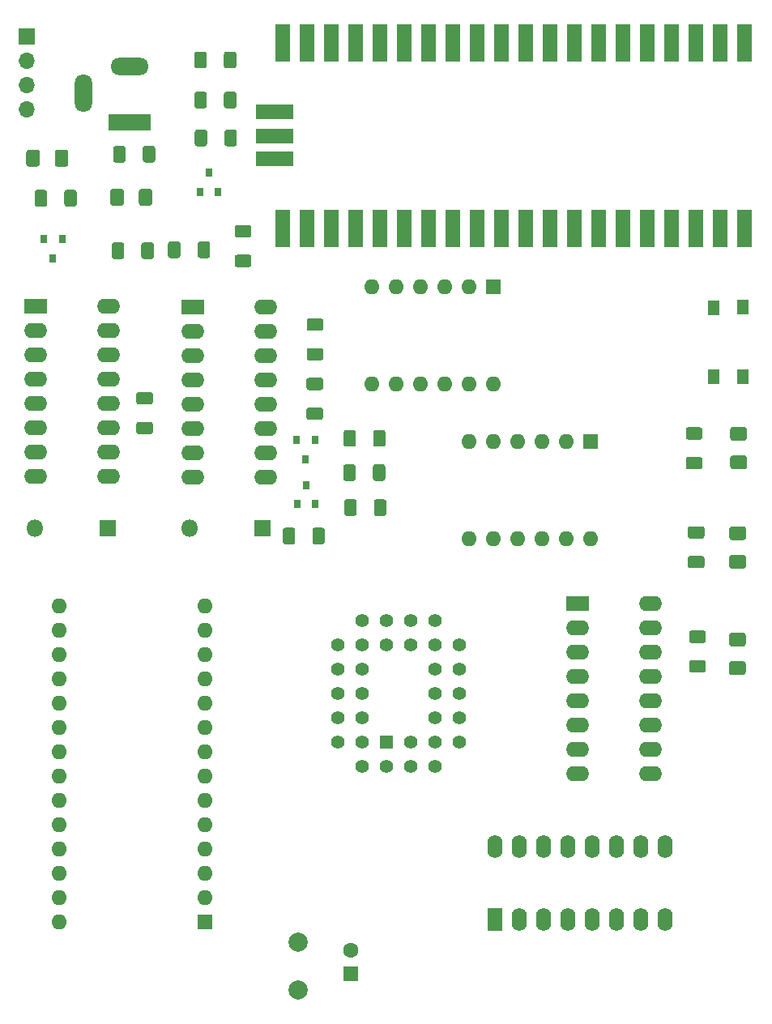
<source format=gbr>
%TF.GenerationSoftware,KiCad,Pcbnew,5.1.12-84ad8e8a86~92~ubuntu18.04.1*%
%TF.CreationDate,2023-06-26T22:09:47+02:00*%
%TF.ProjectId,PROGRAMMER-GLS27SF512,50524f47-5241-44d4-9d45-522d474c5332,1*%
%TF.SameCoordinates,Original*%
%TF.FileFunction,Soldermask,Top*%
%TF.FilePolarity,Negative*%
%FSLAX46Y46*%
G04 Gerber Fmt 4.6, Leading zero omitted, Abs format (unit mm)*
G04 Created by KiCad (PCBNEW 5.1.12-84ad8e8a86~92~ubuntu18.04.1) date 2023-06-26 22:09:47*
%MOMM*%
%LPD*%
G01*
G04 APERTURE LIST*
%ADD10O,1.600000X1.600000*%
%ADD11R,1.600000X1.600000*%
%ADD12R,0.800000X0.900000*%
%ADD13C,2.000000*%
%ADD14C,1.600000*%
%ADD15C,1.422400*%
%ADD16R,1.422400X1.422400*%
%ADD17R,1.800000X1.800000*%
%ADD18O,1.800000X1.800000*%
%ADD19O,1.800000X4.000000*%
%ADD20O,4.000000X1.800000*%
%ADD21R,4.400000X1.800000*%
%ADD22R,1.700000X1.700000*%
%ADD23O,1.700000X1.700000*%
%ADD24R,2.400000X1.600000*%
%ADD25O,2.400000X1.600000*%
%ADD26R,1.300000X1.550000*%
%ADD27R,1.524000X3.990000*%
%ADD28R,3.990000X1.524000*%
%ADD29O,1.600000X2.400000*%
%ADD30R,1.600000X2.400000*%
G04 APERTURE END LIST*
D10*
%TO.C,U108*%
X120472200Y-111963200D03*
X117932200Y-111963200D03*
X115392200Y-111963200D03*
X112852200Y-111963200D03*
X112852200Y-101803200D03*
X115392200Y-101803200D03*
X117932200Y-101803200D03*
X120472200Y-101803200D03*
X125552200Y-111963200D03*
X123012200Y-101803200D03*
X123012200Y-111963200D03*
D11*
X125552200Y-101803200D03*
%TD*%
D10*
%TO.C,U104*%
X110312200Y-95808800D03*
X107772200Y-95808800D03*
X105232200Y-95808800D03*
X102692200Y-95808800D03*
X102692200Y-85648800D03*
X105232200Y-85648800D03*
X107772200Y-85648800D03*
X110312200Y-85648800D03*
X115392200Y-95808800D03*
X112852200Y-85648800D03*
X112852200Y-95808800D03*
D11*
X115392200Y-85648800D03*
%TD*%
%TO.C,R118*%
G36*
G01*
X78343599Y-99756800D02*
X79593601Y-99756800D01*
G75*
G02*
X79843600Y-100006799I0J-249999D01*
G01*
X79843600Y-100806801D01*
G75*
G02*
X79593601Y-101056800I-249999J0D01*
G01*
X78343599Y-101056800D01*
G75*
G02*
X78093600Y-100806801I0J249999D01*
G01*
X78093600Y-100006799D01*
G75*
G02*
X78343599Y-99756800I249999J0D01*
G01*
G37*
G36*
G01*
X78343599Y-96656800D02*
X79593601Y-96656800D01*
G75*
G02*
X79843600Y-96906799I0J-249999D01*
G01*
X79843600Y-97706801D01*
G75*
G02*
X79593601Y-97956800I-249999J0D01*
G01*
X78343599Y-97956800D01*
G75*
G02*
X78093600Y-97706801I0J249999D01*
G01*
X78093600Y-96906799D01*
G75*
G02*
X78343599Y-96656800I249999J0D01*
G01*
G37*
%TD*%
%TO.C,R117*%
G36*
G01*
X101029600Y-104454799D02*
X101029600Y-105704801D01*
G75*
G02*
X100779601Y-105954800I-249999J0D01*
G01*
X99979599Y-105954800D01*
G75*
G02*
X99729600Y-105704801I0J249999D01*
G01*
X99729600Y-104454799D01*
G75*
G02*
X99979599Y-104204800I249999J0D01*
G01*
X100779601Y-104204800D01*
G75*
G02*
X101029600Y-104454799I0J-249999D01*
G01*
G37*
G36*
G01*
X104129600Y-104454799D02*
X104129600Y-105704801D01*
G75*
G02*
X103879601Y-105954800I-249999J0D01*
G01*
X103079599Y-105954800D01*
G75*
G02*
X102829600Y-105704801I0J249999D01*
G01*
X102829600Y-104454799D01*
G75*
G02*
X103079599Y-104204800I249999J0D01*
G01*
X103879601Y-104204800D01*
G75*
G02*
X104129600Y-104454799I0J-249999D01*
G01*
G37*
%TD*%
%TO.C,R116*%
G36*
G01*
X101131200Y-108112399D02*
X101131200Y-109362401D01*
G75*
G02*
X100881201Y-109612400I-249999J0D01*
G01*
X100081199Y-109612400D01*
G75*
G02*
X99831200Y-109362401I0J249999D01*
G01*
X99831200Y-108112399D01*
G75*
G02*
X100081199Y-107862400I249999J0D01*
G01*
X100881201Y-107862400D01*
G75*
G02*
X101131200Y-108112399I0J-249999D01*
G01*
G37*
G36*
G01*
X104231200Y-108112399D02*
X104231200Y-109362401D01*
G75*
G02*
X103981201Y-109612400I-249999J0D01*
G01*
X103181199Y-109612400D01*
G75*
G02*
X102931200Y-109362401I0J249999D01*
G01*
X102931200Y-108112399D01*
G75*
G02*
X103181199Y-107862400I249999J0D01*
G01*
X103981201Y-107862400D01*
G75*
G02*
X104231200Y-108112399I0J-249999D01*
G01*
G37*
%TD*%
%TO.C,R115*%
G36*
G01*
X94705000Y-111084199D02*
X94705000Y-112334201D01*
G75*
G02*
X94455001Y-112584200I-249999J0D01*
G01*
X93654999Y-112584200D01*
G75*
G02*
X93405000Y-112334201I0J249999D01*
G01*
X93405000Y-111084199D01*
G75*
G02*
X93654999Y-110834200I249999J0D01*
G01*
X94455001Y-110834200D01*
G75*
G02*
X94705000Y-111084199I0J-249999D01*
G01*
G37*
G36*
G01*
X97805000Y-111084199D02*
X97805000Y-112334201D01*
G75*
G02*
X97555001Y-112584200I-249999J0D01*
G01*
X96754999Y-112584200D01*
G75*
G02*
X96505000Y-112334201I0J249999D01*
G01*
X96505000Y-111084199D01*
G75*
G02*
X96754999Y-110834200I249999J0D01*
G01*
X97555001Y-110834200D01*
G75*
G02*
X97805000Y-111084199I0J-249999D01*
G01*
G37*
%TD*%
%TO.C,R114*%
G36*
G01*
X102855000Y-102123401D02*
X102855000Y-100873399D01*
G75*
G02*
X103104999Y-100623400I249999J0D01*
G01*
X103905001Y-100623400D01*
G75*
G02*
X104155000Y-100873399I0J-249999D01*
G01*
X104155000Y-102123401D01*
G75*
G02*
X103905001Y-102373400I-249999J0D01*
G01*
X103104999Y-102373400D01*
G75*
G02*
X102855000Y-102123401I0J249999D01*
G01*
G37*
G36*
G01*
X99755000Y-102123401D02*
X99755000Y-100873399D01*
G75*
G02*
X100004999Y-100623400I249999J0D01*
G01*
X100805001Y-100623400D01*
G75*
G02*
X101055000Y-100873399I0J-249999D01*
G01*
X101055000Y-102123401D01*
G75*
G02*
X100805001Y-102373400I-249999J0D01*
G01*
X100004999Y-102373400D01*
G75*
G02*
X99755000Y-102123401I0J249999D01*
G01*
G37*
%TD*%
%TO.C,R113*%
G36*
G01*
X89880601Y-80507600D02*
X88630599Y-80507600D01*
G75*
G02*
X88380600Y-80257601I0J249999D01*
G01*
X88380600Y-79457599D01*
G75*
G02*
X88630599Y-79207600I249999J0D01*
G01*
X89880601Y-79207600D01*
G75*
G02*
X90130600Y-79457599I0J-249999D01*
G01*
X90130600Y-80257601D01*
G75*
G02*
X89880601Y-80507600I-249999J0D01*
G01*
G37*
G36*
G01*
X89880601Y-83607600D02*
X88630599Y-83607600D01*
G75*
G02*
X88380600Y-83357601I0J249999D01*
G01*
X88380600Y-82557599D01*
G75*
G02*
X88630599Y-82307600I249999J0D01*
G01*
X89880601Y-82307600D01*
G75*
G02*
X90130600Y-82557599I0J-249999D01*
G01*
X90130600Y-83357601D01*
G75*
G02*
X89880601Y-83607600I-249999J0D01*
G01*
G37*
%TD*%
D12*
%TO.C,Q104*%
X95798600Y-103650800D03*
X94848600Y-101650800D03*
X96748600Y-101650800D03*
%TD*%
%TO.C,Q103*%
X95834200Y-106365800D03*
X96784200Y-108365800D03*
X94884200Y-108365800D03*
%TD*%
D13*
%TO.C,C102*%
X94970600Y-159152600D03*
X94970600Y-154152600D03*
%TD*%
D14*
%TO.C,C101*%
X100507800Y-154980000D03*
D11*
X100507800Y-157480000D03*
%TD*%
%TO.C,R112*%
G36*
G01*
X78775800Y-72430801D02*
X78775800Y-71180799D01*
G75*
G02*
X79025799Y-70930800I249999J0D01*
G01*
X79825801Y-70930800D01*
G75*
G02*
X80075800Y-71180799I0J-249999D01*
G01*
X80075800Y-72430801D01*
G75*
G02*
X79825801Y-72680800I-249999J0D01*
G01*
X79025799Y-72680800D01*
G75*
G02*
X78775800Y-72430801I0J249999D01*
G01*
G37*
G36*
G01*
X75675800Y-72430801D02*
X75675800Y-71180799D01*
G75*
G02*
X75925799Y-70930800I249999J0D01*
G01*
X76725801Y-70930800D01*
G75*
G02*
X76975800Y-71180799I0J-249999D01*
G01*
X76975800Y-72430801D01*
G75*
G02*
X76725801Y-72680800I-249999J0D01*
G01*
X75925799Y-72680800D01*
G75*
G02*
X75675800Y-72430801I0J249999D01*
G01*
G37*
%TD*%
%TO.C,D107*%
G36*
G01*
X69569300Y-72837200D02*
X69569300Y-71587200D01*
G75*
G02*
X69819300Y-71337200I250000J0D01*
G01*
X70744300Y-71337200D01*
G75*
G02*
X70994300Y-71587200I0J-250000D01*
G01*
X70994300Y-72837200D01*
G75*
G02*
X70744300Y-73087200I-250000J0D01*
G01*
X69819300Y-73087200D01*
G75*
G02*
X69569300Y-72837200I0J250000D01*
G01*
G37*
G36*
G01*
X66594300Y-72837200D02*
X66594300Y-71587200D01*
G75*
G02*
X66844300Y-71337200I250000J0D01*
G01*
X67769300Y-71337200D01*
G75*
G02*
X68019300Y-71587200I0J-250000D01*
G01*
X68019300Y-72837200D01*
G75*
G02*
X67769300Y-73087200I-250000J0D01*
G01*
X66844300Y-73087200D01*
G75*
G02*
X66594300Y-72837200I0J250000D01*
G01*
G37*
%TD*%
%TO.C,R109*%
G36*
G01*
X79923400Y-81264599D02*
X79923400Y-82514601D01*
G75*
G02*
X79673401Y-82764600I-249999J0D01*
G01*
X78873399Y-82764600D01*
G75*
G02*
X78623400Y-82514601I0J249999D01*
G01*
X78623400Y-81264599D01*
G75*
G02*
X78873399Y-81014600I249999J0D01*
G01*
X79673401Y-81014600D01*
G75*
G02*
X79923400Y-81264599I0J-249999D01*
G01*
G37*
G36*
G01*
X76823400Y-81264599D02*
X76823400Y-82514601D01*
G75*
G02*
X76573401Y-82764600I-249999J0D01*
G01*
X75773399Y-82764600D01*
G75*
G02*
X75523400Y-82514601I0J249999D01*
G01*
X75523400Y-81264599D01*
G75*
G02*
X75773399Y-81014600I249999J0D01*
G01*
X76573401Y-81014600D01*
G75*
G02*
X76823400Y-81264599I0J-249999D01*
G01*
G37*
%TD*%
D15*
%TO.C,U105*%
X99161600Y-133197600D03*
X99161600Y-130657600D03*
X99161600Y-128117600D03*
X99161600Y-125577600D03*
X101701600Y-130657600D03*
X101701600Y-128117600D03*
X101701600Y-125577600D03*
X101701600Y-123037600D03*
X101701600Y-120497600D03*
X104241600Y-120497600D03*
X106781600Y-120497600D03*
X109321600Y-120497600D03*
X99161600Y-123037600D03*
X104241600Y-123037600D03*
X106781600Y-123037600D03*
X109321600Y-123037600D03*
X111861600Y-123037600D03*
X111861600Y-125577600D03*
X111861600Y-128117600D03*
X111861600Y-130657600D03*
X111861600Y-133197600D03*
X109321600Y-125577600D03*
X109321600Y-128117600D03*
X109321600Y-130657600D03*
X109321600Y-133197600D03*
X101701600Y-135737600D03*
X104241600Y-135737600D03*
X109321600Y-135737600D03*
X106781600Y-135737600D03*
X101701600Y-133197600D03*
X106781600Y-133197600D03*
D16*
X104241600Y-133197600D03*
%TD*%
%TO.C,D101*%
G36*
G01*
X141569600Y-115103000D02*
X140319600Y-115103000D01*
G75*
G02*
X140069600Y-114853000I0J250000D01*
G01*
X140069600Y-113928000D01*
G75*
G02*
X140319600Y-113678000I250000J0D01*
G01*
X141569600Y-113678000D01*
G75*
G02*
X141819600Y-113928000I0J-250000D01*
G01*
X141819600Y-114853000D01*
G75*
G02*
X141569600Y-115103000I-250000J0D01*
G01*
G37*
G36*
G01*
X141569600Y-112128000D02*
X140319600Y-112128000D01*
G75*
G02*
X140069600Y-111878000I0J250000D01*
G01*
X140069600Y-110953000D01*
G75*
G02*
X140319600Y-110703000I250000J0D01*
G01*
X141569600Y-110703000D01*
G75*
G02*
X141819600Y-110953000I0J-250000D01*
G01*
X141819600Y-111878000D01*
G75*
G02*
X141569600Y-112128000I-250000J0D01*
G01*
G37*
%TD*%
%TO.C,D102*%
G36*
G01*
X140294200Y-124792100D02*
X141544200Y-124792100D01*
G75*
G02*
X141794200Y-125042100I0J-250000D01*
G01*
X141794200Y-125967100D01*
G75*
G02*
X141544200Y-126217100I-250000J0D01*
G01*
X140294200Y-126217100D01*
G75*
G02*
X140044200Y-125967100I0J250000D01*
G01*
X140044200Y-125042100D01*
G75*
G02*
X140294200Y-124792100I250000J0D01*
G01*
G37*
G36*
G01*
X140294200Y-121817100D02*
X141544200Y-121817100D01*
G75*
G02*
X141794200Y-122067100I0J-250000D01*
G01*
X141794200Y-122992100D01*
G75*
G02*
X141544200Y-123242100I-250000J0D01*
G01*
X140294200Y-123242100D01*
G75*
G02*
X140044200Y-122992100I0J250000D01*
G01*
X140044200Y-122067100D01*
G75*
G02*
X140294200Y-121817100I250000J0D01*
G01*
G37*
%TD*%
%TO.C,D103*%
G36*
G01*
X140421200Y-100314400D02*
X141671200Y-100314400D01*
G75*
G02*
X141921200Y-100564400I0J-250000D01*
G01*
X141921200Y-101489400D01*
G75*
G02*
X141671200Y-101739400I-250000J0D01*
G01*
X140421200Y-101739400D01*
G75*
G02*
X140171200Y-101489400I0J250000D01*
G01*
X140171200Y-100564400D01*
G75*
G02*
X140421200Y-100314400I250000J0D01*
G01*
G37*
G36*
G01*
X140421200Y-103289400D02*
X141671200Y-103289400D01*
G75*
G02*
X141921200Y-103539400I0J-250000D01*
G01*
X141921200Y-104464400D01*
G75*
G02*
X141671200Y-104714400I-250000J0D01*
G01*
X140421200Y-104714400D01*
G75*
G02*
X140171200Y-104464400I0J250000D01*
G01*
X140171200Y-103539400D01*
G75*
G02*
X140421200Y-103289400I250000J0D01*
G01*
G37*
%TD*%
%TO.C,D104*%
G36*
G01*
X79782700Y-75676600D02*
X79782700Y-76926600D01*
G75*
G02*
X79532700Y-77176600I-250000J0D01*
G01*
X78607700Y-77176600D01*
G75*
G02*
X78357700Y-76926600I0J250000D01*
G01*
X78357700Y-75676600D01*
G75*
G02*
X78607700Y-75426600I250000J0D01*
G01*
X79532700Y-75426600D01*
G75*
G02*
X79782700Y-75676600I0J-250000D01*
G01*
G37*
G36*
G01*
X76807700Y-75676600D02*
X76807700Y-76926600D01*
G75*
G02*
X76557700Y-77176600I-250000J0D01*
G01*
X75632700Y-77176600D01*
G75*
G02*
X75382700Y-76926600I0J250000D01*
G01*
X75382700Y-75676600D01*
G75*
G02*
X75632700Y-75426600I250000J0D01*
G01*
X76557700Y-75426600D01*
G75*
G02*
X76807700Y-75676600I0J-250000D01*
G01*
G37*
%TD*%
D17*
%TO.C,D105*%
X75082400Y-110845600D03*
D18*
X67462400Y-110845600D03*
%TD*%
%TO.C,D106*%
X83642200Y-110871000D03*
D17*
X91262200Y-110871000D03*
%TD*%
D19*
%TO.C,J101*%
X72568400Y-65427600D03*
D20*
X77368400Y-62627600D03*
D21*
X77368400Y-68427600D03*
%TD*%
D22*
%TO.C,J102*%
X66624200Y-59461400D03*
D23*
X66624200Y-62001400D03*
X66624200Y-64541400D03*
X66624200Y-67081400D03*
%TD*%
D24*
%TO.C,K101*%
X67614800Y-87706200D03*
D25*
X75234800Y-105486200D03*
X67614800Y-90246200D03*
X75234800Y-102946200D03*
X67614800Y-92786200D03*
X75234800Y-100406200D03*
X67614800Y-95326200D03*
X75234800Y-97866200D03*
X67614800Y-97866200D03*
X75234800Y-95326200D03*
X67614800Y-100406200D03*
X75234800Y-92786200D03*
X67614800Y-102946200D03*
X75234800Y-90246200D03*
X67614800Y-105486200D03*
X75234800Y-87706200D03*
%TD*%
%TO.C,K102*%
X91592400Y-87757000D03*
X83972400Y-105537000D03*
X91592400Y-90297000D03*
X83972400Y-102997000D03*
X91592400Y-92837000D03*
X83972400Y-100457000D03*
X91592400Y-95377000D03*
X83972400Y-97917000D03*
X91592400Y-97917000D03*
X83972400Y-95377000D03*
X91592400Y-100457000D03*
X83972400Y-92837000D03*
X91592400Y-102997000D03*
X83972400Y-90297000D03*
X91592400Y-105537000D03*
D24*
X83972400Y-87757000D03*
%TD*%
D12*
%TO.C,Q101*%
X70342800Y-80651600D03*
X68442800Y-80651600D03*
X69392800Y-82651600D03*
%TD*%
%TO.C,Q102*%
X85714800Y-73717400D03*
X86664800Y-75717400D03*
X84764800Y-75717400D03*
%TD*%
%TO.C,R101*%
G36*
G01*
X137226201Y-115077000D02*
X135976199Y-115077000D01*
G75*
G02*
X135726200Y-114827001I0J249999D01*
G01*
X135726200Y-114026999D01*
G75*
G02*
X135976199Y-113777000I249999J0D01*
G01*
X137226201Y-113777000D01*
G75*
G02*
X137476200Y-114026999I0J-249999D01*
G01*
X137476200Y-114827001D01*
G75*
G02*
X137226201Y-115077000I-249999J0D01*
G01*
G37*
G36*
G01*
X137226201Y-111977000D02*
X135976199Y-111977000D01*
G75*
G02*
X135726200Y-111727001I0J249999D01*
G01*
X135726200Y-110926999D01*
G75*
G02*
X135976199Y-110677000I249999J0D01*
G01*
X137226201Y-110677000D01*
G75*
G02*
X137476200Y-110926999I0J-249999D01*
G01*
X137476200Y-111727001D01*
G75*
G02*
X137226201Y-111977000I-249999J0D01*
G01*
G37*
%TD*%
%TO.C,R102*%
G36*
G01*
X136128599Y-124674800D02*
X137378601Y-124674800D01*
G75*
G02*
X137628600Y-124924799I0J-249999D01*
G01*
X137628600Y-125724801D01*
G75*
G02*
X137378601Y-125974800I-249999J0D01*
G01*
X136128599Y-125974800D01*
G75*
G02*
X135878600Y-125724801I0J249999D01*
G01*
X135878600Y-124924799D01*
G75*
G02*
X136128599Y-124674800I249999J0D01*
G01*
G37*
G36*
G01*
X136128599Y-121574800D02*
X137378601Y-121574800D01*
G75*
G02*
X137628600Y-121824799I0J-249999D01*
G01*
X137628600Y-122624801D01*
G75*
G02*
X137378601Y-122874800I-249999J0D01*
G01*
X136128599Y-122874800D01*
G75*
G02*
X135878600Y-122624801I0J249999D01*
G01*
X135878600Y-121824799D01*
G75*
G02*
X136128599Y-121574800I249999J0D01*
G01*
G37*
%TD*%
%TO.C,R103*%
G36*
G01*
X135772999Y-100339800D02*
X137023001Y-100339800D01*
G75*
G02*
X137273000Y-100589799I0J-249999D01*
G01*
X137273000Y-101389801D01*
G75*
G02*
X137023001Y-101639800I-249999J0D01*
G01*
X135772999Y-101639800D01*
G75*
G02*
X135523000Y-101389801I0J249999D01*
G01*
X135523000Y-100589799D01*
G75*
G02*
X135772999Y-100339800I249999J0D01*
G01*
G37*
G36*
G01*
X135772999Y-103439800D02*
X137023001Y-103439800D01*
G75*
G02*
X137273000Y-103689799I0J-249999D01*
G01*
X137273000Y-104489801D01*
G75*
G02*
X137023001Y-104739800I-249999J0D01*
G01*
X135772999Y-104739800D01*
G75*
G02*
X135523000Y-104489801I0J249999D01*
G01*
X135523000Y-103689799D01*
G75*
G02*
X135772999Y-103439800I249999J0D01*
G01*
G37*
%TD*%
%TO.C,R104*%
G36*
G01*
X88610200Y-69478999D02*
X88610200Y-70729001D01*
G75*
G02*
X88360201Y-70979000I-249999J0D01*
G01*
X87560199Y-70979000D01*
G75*
G02*
X87310200Y-70729001I0J249999D01*
G01*
X87310200Y-69478999D01*
G75*
G02*
X87560199Y-69229000I249999J0D01*
G01*
X88360201Y-69229000D01*
G75*
G02*
X88610200Y-69478999I0J-249999D01*
G01*
G37*
G36*
G01*
X85510200Y-69478999D02*
X85510200Y-70729001D01*
G75*
G02*
X85260201Y-70979000I-249999J0D01*
G01*
X84460199Y-70979000D01*
G75*
G02*
X84210200Y-70729001I0J249999D01*
G01*
X84210200Y-69478999D01*
G75*
G02*
X84460199Y-69229000I249999J0D01*
G01*
X85260201Y-69229000D01*
G75*
G02*
X85510200Y-69478999I0J-249999D01*
G01*
G37*
%TD*%
%TO.C,R105*%
G36*
G01*
X68771600Y-75778199D02*
X68771600Y-77028201D01*
G75*
G02*
X68521601Y-77278200I-249999J0D01*
G01*
X67721599Y-77278200D01*
G75*
G02*
X67471600Y-77028201I0J249999D01*
G01*
X67471600Y-75778199D01*
G75*
G02*
X67721599Y-75528200I249999J0D01*
G01*
X68521601Y-75528200D01*
G75*
G02*
X68771600Y-75778199I0J-249999D01*
G01*
G37*
G36*
G01*
X71871600Y-75778199D02*
X71871600Y-77028201D01*
G75*
G02*
X71621601Y-77278200I-249999J0D01*
G01*
X70821599Y-77278200D01*
G75*
G02*
X70571600Y-77028201I0J249999D01*
G01*
X70571600Y-75778199D01*
G75*
G02*
X70821599Y-75528200I249999J0D01*
G01*
X71621601Y-75528200D01*
G75*
G02*
X71871600Y-75778199I0J-249999D01*
G01*
G37*
%TD*%
%TO.C,R106*%
G36*
G01*
X85459400Y-61325599D02*
X85459400Y-62575601D01*
G75*
G02*
X85209401Y-62825600I-249999J0D01*
G01*
X84409399Y-62825600D01*
G75*
G02*
X84159400Y-62575601I0J249999D01*
G01*
X84159400Y-61325599D01*
G75*
G02*
X84409399Y-61075600I249999J0D01*
G01*
X85209401Y-61075600D01*
G75*
G02*
X85459400Y-61325599I0J-249999D01*
G01*
G37*
G36*
G01*
X88559400Y-61325599D02*
X88559400Y-62575601D01*
G75*
G02*
X88309401Y-62825600I-249999J0D01*
G01*
X87509399Y-62825600D01*
G75*
G02*
X87259400Y-62575601I0J249999D01*
G01*
X87259400Y-61325599D01*
G75*
G02*
X87509399Y-61075600I249999J0D01*
G01*
X88309401Y-61075600D01*
G75*
G02*
X88559400Y-61325599I0J-249999D01*
G01*
G37*
%TD*%
%TO.C,R107*%
G36*
G01*
X82717400Y-81162999D02*
X82717400Y-82413001D01*
G75*
G02*
X82467401Y-82663000I-249999J0D01*
G01*
X81667399Y-82663000D01*
G75*
G02*
X81417400Y-82413001I0J249999D01*
G01*
X81417400Y-81162999D01*
G75*
G02*
X81667399Y-80913000I249999J0D01*
G01*
X82467401Y-80913000D01*
G75*
G02*
X82717400Y-81162999I0J-249999D01*
G01*
G37*
G36*
G01*
X85817400Y-81162999D02*
X85817400Y-82413001D01*
G75*
G02*
X85567401Y-82663000I-249999J0D01*
G01*
X84767399Y-82663000D01*
G75*
G02*
X84517400Y-82413001I0J249999D01*
G01*
X84517400Y-81162999D01*
G75*
G02*
X84767399Y-80913000I249999J0D01*
G01*
X85567401Y-80913000D01*
G75*
G02*
X85817400Y-81162999I0J-249999D01*
G01*
G37*
%TD*%
%TO.C,R108*%
G36*
G01*
X96123599Y-95157600D02*
X97373601Y-95157600D01*
G75*
G02*
X97623600Y-95407599I0J-249999D01*
G01*
X97623600Y-96207601D01*
G75*
G02*
X97373601Y-96457600I-249999J0D01*
G01*
X96123599Y-96457600D01*
G75*
G02*
X95873600Y-96207601I0J249999D01*
G01*
X95873600Y-95407599D01*
G75*
G02*
X96123599Y-95157600I249999J0D01*
G01*
G37*
G36*
G01*
X96123599Y-98257600D02*
X97373601Y-98257600D01*
G75*
G02*
X97623600Y-98507599I0J-249999D01*
G01*
X97623600Y-99307601D01*
G75*
G02*
X97373601Y-99557600I-249999J0D01*
G01*
X96123599Y-99557600D01*
G75*
G02*
X95873600Y-99307601I0J249999D01*
G01*
X95873600Y-98507599D01*
G75*
G02*
X96123599Y-98257600I249999J0D01*
G01*
G37*
%TD*%
%TO.C,R110*%
G36*
G01*
X97399001Y-90260600D02*
X96148999Y-90260600D01*
G75*
G02*
X95899000Y-90010601I0J249999D01*
G01*
X95899000Y-89210599D01*
G75*
G02*
X96148999Y-88960600I249999J0D01*
G01*
X97399001Y-88960600D01*
G75*
G02*
X97649000Y-89210599I0J-249999D01*
G01*
X97649000Y-90010601D01*
G75*
G02*
X97399001Y-90260600I-249999J0D01*
G01*
G37*
G36*
G01*
X97399001Y-93360600D02*
X96148999Y-93360600D01*
G75*
G02*
X95899000Y-93110601I0J249999D01*
G01*
X95899000Y-92310599D01*
G75*
G02*
X96148999Y-92060600I249999J0D01*
G01*
X97399001Y-92060600D01*
G75*
G02*
X97649000Y-92310599I0J-249999D01*
G01*
X97649000Y-93110601D01*
G75*
G02*
X97399001Y-93360600I-249999J0D01*
G01*
G37*
%TD*%
%TO.C,R111*%
G36*
G01*
X88559400Y-65516599D02*
X88559400Y-66766601D01*
G75*
G02*
X88309401Y-67016600I-249999J0D01*
G01*
X87509399Y-67016600D01*
G75*
G02*
X87259400Y-66766601I0J249999D01*
G01*
X87259400Y-65516599D01*
G75*
G02*
X87509399Y-65266600I249999J0D01*
G01*
X88309401Y-65266600D01*
G75*
G02*
X88559400Y-65516599I0J-249999D01*
G01*
G37*
G36*
G01*
X85459400Y-65516599D02*
X85459400Y-66766601D01*
G75*
G02*
X85209401Y-67016600I-249999J0D01*
G01*
X84409399Y-67016600D01*
G75*
G02*
X84159400Y-66766601I0J249999D01*
G01*
X84159400Y-65516599D01*
G75*
G02*
X84409399Y-65266600I249999J0D01*
G01*
X85209401Y-65266600D01*
G75*
G02*
X85459400Y-65516599I0J-249999D01*
G01*
G37*
%TD*%
D26*
%TO.C,SW101*%
X141504600Y-95071000D03*
X138404600Y-95071000D03*
X138404600Y-87846000D03*
X141504600Y-87796000D03*
%TD*%
D27*
%TO.C,U101*%
X141630400Y-60195400D03*
X139090400Y-60195400D03*
X136550400Y-60195400D03*
X134010400Y-60195400D03*
X131470400Y-60195400D03*
X128930400Y-60195400D03*
X126390400Y-60195400D03*
X123850400Y-60195400D03*
X121310400Y-60195400D03*
X118770400Y-60195400D03*
X116230400Y-60195400D03*
X113690400Y-60195400D03*
X111150400Y-60195400D03*
X108610400Y-60195400D03*
X106070400Y-60195400D03*
X103530400Y-60195400D03*
X100990400Y-60195400D03*
X98450400Y-60195400D03*
X95910400Y-60195400D03*
X93370400Y-60195400D03*
X93370400Y-79555400D03*
X95910400Y-79555400D03*
X98450400Y-79555400D03*
X100990400Y-79555400D03*
X103530400Y-79555400D03*
X106070400Y-79555400D03*
X108610400Y-79555400D03*
X111150400Y-79555400D03*
X113690400Y-79555400D03*
X116230400Y-79555400D03*
X118770400Y-79555400D03*
X121310400Y-79555400D03*
X123850400Y-79555400D03*
X126390400Y-79555400D03*
X128930400Y-79555400D03*
X131470400Y-79555400D03*
X134010400Y-79555400D03*
X136550400Y-79555400D03*
X139090400Y-79555400D03*
X141630400Y-79555400D03*
D28*
X92580400Y-67335400D03*
X92580400Y-69875400D03*
X92580400Y-72288400D03*
%TD*%
D24*
%TO.C,U102*%
X124206000Y-118795800D03*
D25*
X131826000Y-136575800D03*
X124206000Y-121335800D03*
X131826000Y-134035800D03*
X124206000Y-123875800D03*
X131826000Y-131495800D03*
X124206000Y-126415800D03*
X131826000Y-128955800D03*
X124206000Y-128955800D03*
X131826000Y-126415800D03*
X124206000Y-131495800D03*
X131826000Y-123875800D03*
X124206000Y-134035800D03*
X131826000Y-121335800D03*
X124206000Y-136575800D03*
X131826000Y-118795800D03*
%TD*%
D29*
%TO.C,U103*%
X115570000Y-144119600D03*
X133350000Y-151739600D03*
X118110000Y-144119600D03*
X130810000Y-151739600D03*
X120650000Y-144119600D03*
X128270000Y-151739600D03*
X123190000Y-144119600D03*
X125730000Y-151739600D03*
X125730000Y-144119600D03*
X123190000Y-151739600D03*
X128270000Y-144119600D03*
X120650000Y-151739600D03*
X130810000Y-144119600D03*
X118110000Y-151739600D03*
X133350000Y-144119600D03*
D30*
X115570000Y-151739600D03*
%TD*%
D11*
%TO.C,U107*%
X85293200Y-152069800D03*
D10*
X70053200Y-119049800D03*
X85293200Y-149529800D03*
X70053200Y-121589800D03*
X85293200Y-146989800D03*
X70053200Y-124129800D03*
X85293200Y-144449800D03*
X70053200Y-126669800D03*
X85293200Y-141909800D03*
X70053200Y-129209800D03*
X85293200Y-139369800D03*
X70053200Y-131749800D03*
X85293200Y-136829800D03*
X70053200Y-134289800D03*
X85293200Y-134289800D03*
X70053200Y-136829800D03*
X85293200Y-131749800D03*
X70053200Y-139369800D03*
X85293200Y-129209800D03*
X70053200Y-141909800D03*
X85293200Y-126669800D03*
X70053200Y-144449800D03*
X85293200Y-124129800D03*
X70053200Y-146989800D03*
X85293200Y-121589800D03*
X70053200Y-149529800D03*
X85293200Y-119049800D03*
X70053200Y-152069800D03*
%TD*%
M02*

</source>
